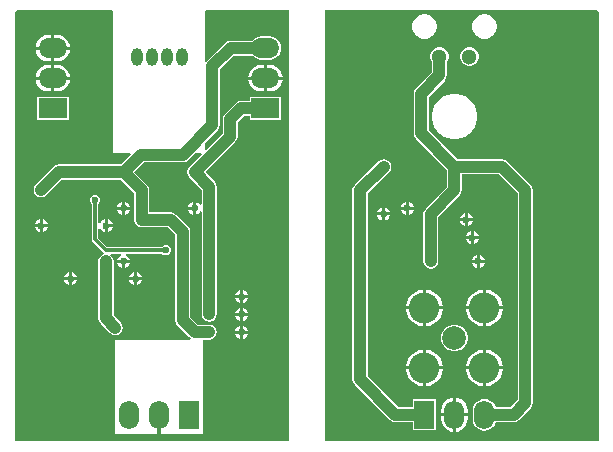
<source format=gbr>
%TF.GenerationSoftware,Altium Limited,Altium Designer,24.10.1 (45)*%
G04 Layer_Physical_Order=2*
G04 Layer_Color=16776960*
%FSLAX45Y45*%
%MOMM*%
%TF.SameCoordinates,A6A100A0-8C7F-4B02-B864-72EC464A77B6*%
%TF.FilePolarity,Positive*%
%TF.FileFunction,Copper,L2,Bot,Signal*%
%TF.Part,Single*%
G01*
G75*
%TA.AperFunction,Conductor*%
%ADD20C,0.30000*%
%TA.AperFunction,ComponentPad*%
%ADD24C,1.30000*%
%ADD25O,1.00000X1.50000*%
%ADD26O,1.70000X2.40000*%
%ADD27R,1.70000X2.40000*%
%ADD28C,2.60000*%
%ADD29C,2.00000*%
%ADD30O,2.40000X1.70000*%
%ADD31R,2.40000X1.70000*%
%TA.AperFunction,ViaPad*%
%ADD32C,0.60000*%
%TA.AperFunction,Conductor*%
%ADD33C,1.00000*%
G36*
X-150000Y-1174104D02*
X-2454795D01*
X-2463654Y-1170434D01*
X-2470434Y-1163654D01*
X-2474104Y-1154795D01*
Y-1150000D01*
Y2450000D01*
Y2454795D01*
X-2470434Y2463653D01*
X-2463654Y2470434D01*
X-2454795Y2474104D01*
X-1648086D01*
X-1637500Y2469000D01*
X-1637500Y2461404D01*
Y1269000D01*
X-1493002D01*
X-1488142Y1257267D01*
X-1576480Y1168928D01*
X-2100001D01*
X-2124466Y1164062D01*
X-2145205Y1150204D01*
X-2295205Y1000204D01*
X-2309063Y979464D01*
X-2313929Y955000D01*
X-2309063Y930536D01*
X-2295205Y909796D01*
X-2274465Y895938D01*
X-2250001Y891072D01*
X-2225536Y895938D01*
X-2204796Y909796D01*
X-2073521Y1041071D01*
X-1576480D01*
X-1461428Y926019D01*
Y700000D01*
X-1456562Y675536D01*
X-1442704Y654796D01*
X-1421964Y640938D01*
X-1397500Y636072D01*
X-1176480D01*
X-1113928Y573520D01*
Y-150000D01*
X-1109062Y-174464D01*
X-1095204Y-195204D01*
X-995204Y-295204D01*
X-984107Y-302619D01*
X-987960Y-315319D01*
X-1620000D01*
Y-1110000D01*
X-880000D01*
Y-326629D01*
X-880000Y-315319D01*
X-867876Y-313928D01*
X-825000D01*
X-800536Y-309062D01*
X-779796Y-295204D01*
X-765938Y-274464D01*
X-761072Y-250000D01*
X-765938Y-225536D01*
X-779796Y-204796D01*
X-800536Y-190938D01*
X-825000Y-186072D01*
X-923520D01*
X-986072Y-123520D01*
Y600000D01*
X-990938Y624465D01*
X-1004796Y645204D01*
X-1104796Y745205D01*
X-1125536Y759062D01*
X-1150000Y763929D01*
X-1333572D01*
Y952499D01*
X-1338438Y976964D01*
X-1352296Y997703D01*
X-1459592Y1105000D01*
X-1378520Y1186072D01*
X-1050000D01*
X-1025536Y1190938D01*
X-1004796Y1204796D01*
X-940592Y1269000D01*
X-893002D01*
X-888141Y1257267D01*
X-995205Y1150204D01*
X-1009062Y1129464D01*
X-1013929Y1105000D01*
X-1009062Y1080535D01*
X-995205Y1059795D01*
X-888929Y953520D01*
Y830514D01*
X-901629Y827988D01*
X-903034Y831381D01*
X-918619Y846966D01*
X-937300Y854704D01*
Y800000D01*
Y745296D01*
X-918619Y753034D01*
X-903034Y768618D01*
X-901629Y772012D01*
X-888929Y769486D01*
Y-100000D01*
X-884062Y-124464D01*
X-870205Y-145204D01*
X-849465Y-159062D01*
X-825000Y-163928D01*
X-800536Y-159062D01*
X-779796Y-145204D01*
X-765938Y-124464D01*
X-761072Y-100000D01*
Y980000D01*
X-765938Y1004464D01*
X-779796Y1025204D01*
X-859592Y1105000D01*
X-604796Y1359796D01*
X-590938Y1380535D01*
X-586072Y1405000D01*
Y1527969D01*
X-531969Y1582072D01*
X-482700D01*
Y1548300D01*
X-217300D01*
Y1743700D01*
X-482700D01*
Y1709928D01*
X-558449D01*
X-582913Y1705062D01*
X-603653Y1691204D01*
X-695204Y1599653D01*
X-709062Y1578914D01*
X-713928Y1554449D01*
Y1431480D01*
X-850767Y1294641D01*
X-862500Y1299502D01*
Y1347092D01*
X-754796Y1454796D01*
X-740938Y1475536D01*
X-736071Y1500000D01*
X-736072Y1500001D01*
Y1973520D01*
X-619520Y2090072D01*
X-459094D01*
X-454681Y2084320D01*
X-434272Y2068659D01*
X-410505Y2058815D01*
X-385000Y2055457D01*
X-315000D01*
X-289495Y2058815D01*
X-265728Y2068659D01*
X-245320Y2084320D01*
X-229659Y2104729D01*
X-219815Y2128495D01*
X-216457Y2154000D01*
X-219815Y2179505D01*
X-229659Y2203271D01*
X-245320Y2223680D01*
X-265728Y2239341D01*
X-289495Y2249185D01*
X-315000Y2252543D01*
X-385000D01*
X-410505Y2249185D01*
X-434272Y2239341D01*
X-454681Y2223680D01*
X-459094Y2217928D01*
X-646000D01*
X-670464Y2213062D01*
X-691204Y2199204D01*
X-845204Y2045204D01*
X-849800Y2038326D01*
X-862500Y2042178D01*
Y2461404D01*
X-862500Y2469000D01*
X-851914Y2474104D01*
X-150000D01*
Y-1174104D01*
D02*
G37*
G36*
X2463653Y2470434D02*
X2470434Y2463653D01*
X2474104Y2454794D01*
Y2450000D01*
Y-1150000D01*
Y-1154794D01*
X2470434Y-1163654D01*
X2463653Y-1170434D01*
X2454794Y-1174104D01*
X150000D01*
Y2474104D01*
X2454794D01*
X2463653Y2470434D01*
D02*
G37*
%LPC*%
G36*
X-2115000Y2265353D02*
X-2137300D01*
Y2166700D01*
X-2005319D01*
X-2007442Y2182820D01*
X-2018566Y2209676D01*
X-2036262Y2232738D01*
X-2059324Y2250434D01*
X-2086180Y2261558D01*
X-2115000Y2265353D01*
D02*
G37*
G36*
X-2162700D02*
X-2185000D01*
X-2213820Y2261558D01*
X-2240676Y2250434D01*
X-2263738Y2232738D01*
X-2281434Y2209676D01*
X-2292559Y2182820D01*
X-2294681Y2166700D01*
X-2162700D01*
Y2265353D01*
D02*
G37*
G36*
X-2005319Y2141300D02*
X-2137300D01*
Y2042647D01*
X-2115000D01*
X-2086180Y2046442D01*
X-2059324Y2057566D01*
X-2036262Y2075262D01*
X-2018566Y2098324D01*
X-2007442Y2125180D01*
X-2005319Y2141300D01*
D02*
G37*
G36*
X-2162700D02*
X-2294681D01*
X-2292559Y2125180D01*
X-2281434Y2098324D01*
X-2263738Y2075262D01*
X-2240676Y2057566D01*
X-2213820Y2046442D01*
X-2185000Y2042647D01*
X-2162700D01*
Y2141300D01*
D02*
G37*
G36*
X-315000Y2011353D02*
X-337300D01*
Y1912700D01*
X-205319D01*
X-207442Y1928820D01*
X-218566Y1955676D01*
X-236262Y1978738D01*
X-259324Y1996434D01*
X-286180Y2007558D01*
X-315000Y2011353D01*
D02*
G37*
G36*
X-2115000D02*
X-2137300D01*
Y1912700D01*
X-2005319D01*
X-2007442Y1928820D01*
X-2018566Y1955676D01*
X-2036262Y1978738D01*
X-2059324Y1996434D01*
X-2086180Y2007558D01*
X-2115000Y2011353D01*
D02*
G37*
G36*
X-362700D02*
X-385000D01*
X-413820Y2007558D01*
X-440677Y1996434D01*
X-463738Y1978738D01*
X-481434Y1955676D01*
X-492559Y1928820D01*
X-494681Y1912700D01*
X-362700D01*
Y2011353D01*
D02*
G37*
G36*
X-2162700D02*
X-2185000D01*
X-2213820Y2007558D01*
X-2240676Y1996434D01*
X-2263738Y1978738D01*
X-2281434Y1955676D01*
X-2292559Y1928820D01*
X-2294681Y1912700D01*
X-2162700D01*
Y2011353D01*
D02*
G37*
G36*
X-205319Y1887300D02*
X-337300D01*
Y1788647D01*
X-315000D01*
X-286180Y1792442D01*
X-259324Y1803566D01*
X-236262Y1821262D01*
X-218566Y1844324D01*
X-207442Y1871180D01*
X-205319Y1887300D01*
D02*
G37*
G36*
X-362700D02*
X-494681D01*
X-492559Y1871180D01*
X-481434Y1844324D01*
X-463738Y1821262D01*
X-440677Y1803566D01*
X-413820Y1792442D01*
X-385000Y1788647D01*
X-362700D01*
Y1887300D01*
D02*
G37*
G36*
X-2005319D02*
X-2137300D01*
Y1788647D01*
X-2115000D01*
X-2086180Y1792442D01*
X-2059324Y1803566D01*
X-2036262Y1821262D01*
X-2018566Y1844324D01*
X-2007442Y1871180D01*
X-2005319Y1887300D01*
D02*
G37*
G36*
X-2162700D02*
X-2294681D01*
X-2292559Y1871180D01*
X-2281434Y1844324D01*
X-2263738Y1821262D01*
X-2240676Y1803566D01*
X-2213820Y1792442D01*
X-2185000Y1788647D01*
X-2162700D01*
Y1887300D01*
D02*
G37*
G36*
X-2017300Y1743700D02*
X-2282700D01*
Y1548300D01*
X-2017300D01*
Y1743700D01*
D02*
G37*
G36*
X-962700Y854704D02*
X-981382Y846966D01*
X-996966Y831381D01*
X-1004704Y812700D01*
X-962700D01*
Y854704D01*
D02*
G37*
G36*
X-1537300D02*
Y812700D01*
X-1495296D01*
X-1503034Y831381D01*
X-1518619Y846966D01*
X-1537300Y854704D01*
D02*
G37*
G36*
X-1562700D02*
X-1581382Y846966D01*
X-1596966Y831381D01*
X-1604704Y812700D01*
X-1562700D01*
Y854704D01*
D02*
G37*
G36*
X-962700Y787300D02*
X-1004704D01*
X-996966Y768618D01*
X-981382Y753034D01*
X-962700Y745296D01*
Y787300D01*
D02*
G37*
G36*
X-1495296D02*
X-1537300D01*
Y745296D01*
X-1518619Y753034D01*
X-1503034Y768618D01*
X-1495296Y787300D01*
D02*
G37*
G36*
X-1562700D02*
X-1604704D01*
X-1596966Y768618D01*
X-1581382Y753034D01*
X-1562700Y745296D01*
Y787300D01*
D02*
G37*
G36*
X-1687300Y704704D02*
Y662700D01*
X-1645296D01*
X-1653034Y681382D01*
X-1668618Y696966D01*
X-1687300Y704704D01*
D02*
G37*
G36*
X-2237300Y704704D02*
Y662700D01*
X-2195296D01*
X-2203034Y681381D01*
X-2218619Y696966D01*
X-2237300Y704704D01*
D02*
G37*
G36*
X-2262700D02*
X-2281382Y696966D01*
X-2296966Y681381D01*
X-2304704Y662700D01*
X-2262700D01*
Y704704D01*
D02*
G37*
G36*
X-1645296Y637300D02*
X-1687300D01*
Y595296D01*
X-1668618Y603034D01*
X-1653034Y618619D01*
X-1645296Y637300D01*
D02*
G37*
G36*
X-1783848Y912700D02*
X-1800835D01*
X-1816528Y906199D01*
X-1828540Y894187D01*
X-1835041Y878494D01*
Y861507D01*
X-1828540Y845813D01*
X-1820584Y837856D01*
Y534842D01*
X-1820584Y534841D01*
X-1818434Y524033D01*
X-1812312Y514870D01*
X-1720284Y422842D01*
X-1720270Y421260D01*
X-1723085Y409336D01*
X-1724464Y409062D01*
X-1745204Y395204D01*
X-1759062Y374464D01*
X-1763928Y350000D01*
Y-133501D01*
X-1759062Y-157965D01*
X-1745204Y-178705D01*
X-1665204Y-258705D01*
X-1644464Y-272563D01*
X-1620000Y-277429D01*
X-1595535Y-272563D01*
X-1574796Y-258705D01*
X-1560938Y-237965D01*
X-1556072Y-213500D01*
X-1560938Y-189036D01*
X-1574796Y-168296D01*
X-1636071Y-107021D01*
Y350000D01*
X-1640938Y374464D01*
X-1654796Y395204D01*
X-1664304Y401557D01*
X-1660451Y414257D01*
X-1572823D01*
X-1570297Y401557D01*
X-1581381Y396966D01*
X-1596966Y381381D01*
X-1604704Y362700D01*
X-1495296D01*
X-1503034Y381381D01*
X-1518619Y396966D01*
X-1529703Y401557D01*
X-1527177Y414257D01*
X-1224644D01*
X-1216687Y406301D01*
X-1200994Y399800D01*
X-1184007D01*
X-1168313Y406301D01*
X-1156301Y418313D01*
X-1149800Y434006D01*
Y450994D01*
X-1156301Y466687D01*
X-1168313Y478699D01*
X-1184007Y485200D01*
X-1200994D01*
X-1216687Y478699D01*
X-1224644Y470743D01*
X-1688301D01*
X-1764098Y546540D01*
Y626794D01*
X-1751398Y629320D01*
X-1746966Y618619D01*
X-1731381Y603034D01*
X-1712700Y595296D01*
Y650000D01*
Y704704D01*
X-1731381Y696966D01*
X-1746966Y681382D01*
X-1751398Y670680D01*
X-1764098Y673206D01*
Y837856D01*
X-1756142Y845813D01*
X-1749641Y861507D01*
Y878494D01*
X-1756142Y894187D01*
X-1768154Y906199D01*
X-1783848Y912700D01*
D02*
G37*
G36*
X-2195296Y637300D02*
X-2237300D01*
Y595296D01*
X-2218619Y603034D01*
X-2203034Y618618D01*
X-2195296Y637300D01*
D02*
G37*
G36*
X-2262700D02*
X-2304704D01*
X-2296966Y618618D01*
X-2281382Y603034D01*
X-2262700Y595296D01*
Y637300D01*
D02*
G37*
G36*
X-1495296Y337300D02*
X-1537300D01*
Y295296D01*
X-1518619Y303034D01*
X-1503034Y318618D01*
X-1495296Y337300D01*
D02*
G37*
G36*
X-1562700D02*
X-1604704D01*
X-1596966Y318618D01*
X-1581381Y303034D01*
X-1562700Y295296D01*
Y337300D01*
D02*
G37*
G36*
X-1437300Y254704D02*
Y212700D01*
X-1395296D01*
X-1403034Y231381D01*
X-1418618Y246966D01*
X-1437300Y254704D01*
D02*
G37*
G36*
X-1462700D02*
X-1481381Y246966D01*
X-1496966Y231381D01*
X-1504704Y212700D01*
X-1462700D01*
Y254704D01*
D02*
G37*
G36*
X-1987300D02*
Y212700D01*
X-1945296D01*
X-1953034Y231381D01*
X-1968619Y246966D01*
X-1987300Y254704D01*
D02*
G37*
G36*
X-2012700D02*
X-2031382Y246966D01*
X-2046966Y231381D01*
X-2054704Y212700D01*
X-2012700D01*
Y254704D01*
D02*
G37*
G36*
X-1395296Y187300D02*
X-1437300D01*
Y145296D01*
X-1418618Y153034D01*
X-1403034Y168618D01*
X-1395296Y187300D01*
D02*
G37*
G36*
X-1462700D02*
X-1504704D01*
X-1496966Y168618D01*
X-1481381Y153034D01*
X-1462700Y145296D01*
Y187300D01*
D02*
G37*
G36*
X-1945296D02*
X-1987300D01*
Y145296D01*
X-1968619Y153034D01*
X-1953034Y168618D01*
X-1945296Y187300D01*
D02*
G37*
G36*
X-2012700D02*
X-2054704D01*
X-2046966Y168618D01*
X-2031382Y153034D01*
X-2012700Y145296D01*
Y187300D01*
D02*
G37*
G36*
X-537300Y104704D02*
Y62700D01*
X-495296D01*
X-503034Y81381D01*
X-518618Y96966D01*
X-537300Y104704D01*
D02*
G37*
G36*
X-562700D02*
X-581381Y96966D01*
X-596966Y81381D01*
X-604704Y62700D01*
X-562700D01*
Y104704D01*
D02*
G37*
G36*
X-495296Y37300D02*
X-537300D01*
Y-4704D01*
X-518618Y3034D01*
X-503034Y18618D01*
X-495296Y37300D01*
D02*
G37*
G36*
X-562700D02*
X-604704D01*
X-596966Y18618D01*
X-581381Y3034D01*
X-562700Y-4704D01*
Y37300D01*
D02*
G37*
G36*
X-537300Y-45296D02*
Y-87300D01*
X-495296D01*
X-503034Y-68619D01*
X-518618Y-53034D01*
X-537300Y-45296D01*
D02*
G37*
G36*
X-562700D02*
X-581381Y-53034D01*
X-596966Y-68619D01*
X-604704Y-87300D01*
X-562700D01*
Y-45296D01*
D02*
G37*
G36*
X-495296Y-112700D02*
X-537300D01*
Y-154704D01*
X-518618Y-146966D01*
X-503034Y-131381D01*
X-495296Y-112700D01*
D02*
G37*
G36*
X-562700D02*
X-604704D01*
X-596966Y-131381D01*
X-581381Y-146966D01*
X-562700Y-154704D01*
Y-112700D01*
D02*
G37*
G36*
X-537300Y-195296D02*
Y-237300D01*
X-495296D01*
X-503034Y-218619D01*
X-518618Y-203034D01*
X-537300Y-195296D01*
D02*
G37*
G36*
X-562700D02*
X-581381Y-203034D01*
X-596966Y-218619D01*
X-604704Y-237300D01*
X-562700D01*
Y-195296D01*
D02*
G37*
G36*
X-495296Y-262700D02*
X-537300D01*
Y-304704D01*
X-518618Y-296966D01*
X-503034Y-281381D01*
X-495296Y-262700D01*
D02*
G37*
G36*
X-562700D02*
X-604704D01*
X-596966Y-281381D01*
X-581381Y-296966D01*
X-562700Y-304704D01*
Y-262700D01*
D02*
G37*
G36*
X1517521Y2439700D02*
X1490479D01*
X1464359Y2432701D01*
X1440941Y2419181D01*
X1421820Y2400059D01*
X1408299Y2376641D01*
X1401300Y2350521D01*
Y2323479D01*
X1408299Y2297359D01*
X1421820Y2273941D01*
X1440941Y2254820D01*
X1464359Y2241299D01*
X1490479Y2234300D01*
X1517521D01*
X1543641Y2241299D01*
X1567059Y2254820D01*
X1586180Y2273941D01*
X1599701Y2297359D01*
X1606700Y2323479D01*
Y2350521D01*
X1599701Y2376641D01*
X1586180Y2400059D01*
X1567059Y2419181D01*
X1543641Y2432701D01*
X1517521Y2439700D01*
D02*
G37*
G36*
X1009521D02*
X982479D01*
X956359Y2432701D01*
X932941Y2419181D01*
X913820Y2400059D01*
X900299Y2376641D01*
X893300Y2350521D01*
Y2323479D01*
X900299Y2297359D01*
X913820Y2273941D01*
X932941Y2254820D01*
X956359Y2241299D01*
X982479Y2234300D01*
X1009521D01*
X1035641Y2241299D01*
X1059059Y2254820D01*
X1078180Y2273941D01*
X1091701Y2297359D01*
X1098700Y2323479D01*
Y2350521D01*
X1091701Y2376641D01*
X1078180Y2400059D01*
X1059059Y2419181D01*
X1035641Y2432701D01*
X1009521Y2439700D01*
D02*
G37*
G36*
X1387229Y2160700D02*
X1366771D01*
X1347009Y2155405D01*
X1329291Y2145176D01*
X1314825Y2130709D01*
X1304595Y2112991D01*
X1299300Y2093229D01*
Y2072771D01*
X1304595Y2053009D01*
X1314825Y2035291D01*
X1329291Y2020825D01*
X1347009Y2010595D01*
X1366771Y2005300D01*
X1387229D01*
X1406991Y2010595D01*
X1424709Y2020825D01*
X1439175Y2035291D01*
X1449405Y2053009D01*
X1454700Y2072771D01*
Y2093229D01*
X1449405Y2112991D01*
X1439175Y2130709D01*
X1424709Y2145176D01*
X1406991Y2155405D01*
X1387229Y2160700D01*
D02*
G37*
G36*
X1268979Y1767700D02*
X1231021D01*
X1193792Y1760295D01*
X1158722Y1745769D01*
X1127161Y1724680D01*
X1100320Y1697839D01*
X1079232Y1666278D01*
X1064706Y1631209D01*
X1057300Y1593980D01*
Y1556021D01*
X1064706Y1518792D01*
X1079232Y1483722D01*
X1100320Y1452161D01*
X1127161Y1425320D01*
X1158722Y1404232D01*
X1193792Y1389706D01*
X1231021Y1382300D01*
X1268979D01*
X1306208Y1389706D01*
X1341278Y1404232D01*
X1372839Y1425320D01*
X1399680Y1452161D01*
X1420769Y1483722D01*
X1435295Y1518792D01*
X1442700Y1556021D01*
Y1593980D01*
X1435295Y1631209D01*
X1420769Y1666278D01*
X1399680Y1697839D01*
X1372839Y1724680D01*
X1341278Y1745769D01*
X1306208Y1760295D01*
X1268979Y1767700D01*
D02*
G37*
G36*
X862700Y854704D02*
Y812700D01*
X904704D01*
X896966Y831381D01*
X881382Y846966D01*
X862700Y854704D01*
D02*
G37*
G36*
X837300D02*
X818619Y846966D01*
X803034Y831381D01*
X795296Y812700D01*
X837300D01*
Y854704D01*
D02*
G37*
G36*
X662700Y804704D02*
Y762700D01*
X704704D01*
X696966Y781381D01*
X681381Y796966D01*
X662700Y804704D01*
D02*
G37*
G36*
X637300D02*
X618619Y796966D01*
X603034Y781381D01*
X595296Y762700D01*
X637300D01*
Y804704D01*
D02*
G37*
G36*
X904704Y787300D02*
X862700D01*
Y745296D01*
X881382Y753034D01*
X896966Y768618D01*
X904704Y787300D01*
D02*
G37*
G36*
X837300D02*
X795296D01*
X803034Y768618D01*
X818619Y753034D01*
X837300Y745296D01*
Y787300D01*
D02*
G37*
G36*
X1362700Y754704D02*
Y712700D01*
X1404704D01*
X1396966Y731382D01*
X1381382Y746966D01*
X1362700Y754704D01*
D02*
G37*
G36*
X1337300D02*
X1318619Y746966D01*
X1303034Y731382D01*
X1295296Y712700D01*
X1337300D01*
Y754704D01*
D02*
G37*
G36*
X704704Y737300D02*
X662700D01*
Y695296D01*
X681381Y703034D01*
X696966Y718619D01*
X704704Y737300D01*
D02*
G37*
G36*
X637300D02*
X595296D01*
X603034Y718619D01*
X618619Y703034D01*
X637300Y695296D01*
Y737300D01*
D02*
G37*
G36*
X1404704Y687300D02*
X1362700D01*
Y645296D01*
X1381382Y653034D01*
X1396966Y668619D01*
X1404704Y687300D01*
D02*
G37*
G36*
X1337300D02*
X1295296D01*
X1303034Y668619D01*
X1318619Y653034D01*
X1337300Y645296D01*
Y687300D01*
D02*
G37*
G36*
X1412700Y604704D02*
Y562700D01*
X1454704D01*
X1446966Y581381D01*
X1431381Y596966D01*
X1412700Y604704D01*
D02*
G37*
G36*
X1387300D02*
X1368619Y596966D01*
X1353034Y581381D01*
X1345296Y562700D01*
X1387300D01*
Y604704D01*
D02*
G37*
G36*
X1454704Y537300D02*
X1412700D01*
Y495296D01*
X1431381Y503034D01*
X1446966Y518618D01*
X1454704Y537300D01*
D02*
G37*
G36*
X1387300D02*
X1345296D01*
X1353034Y518618D01*
X1368619Y503034D01*
X1387300Y495296D01*
Y537300D01*
D02*
G37*
G36*
X1462700Y404704D02*
Y362700D01*
X1504704D01*
X1496966Y381382D01*
X1481381Y396966D01*
X1462700Y404704D01*
D02*
G37*
G36*
X1437300D02*
X1418618Y396966D01*
X1403034Y381382D01*
X1395296Y362700D01*
X1437300D01*
Y404704D01*
D02*
G37*
G36*
X1504704Y337300D02*
X1462700D01*
Y295296D01*
X1481381Y303034D01*
X1496966Y318619D01*
X1504704Y337300D01*
D02*
G37*
G36*
X1437300D02*
X1395296D01*
X1403034Y318619D01*
X1418618Y303034D01*
X1437300Y295296D01*
Y337300D01*
D02*
G37*
G36*
X1519306Y109400D02*
X1516700D01*
Y-33300D01*
X1659400D01*
Y-30694D01*
X1653428Y-671D01*
X1641714Y27610D01*
X1624707Y53062D01*
X1603062Y74707D01*
X1577609Y91714D01*
X1549329Y103428D01*
X1519306Y109400D01*
D02*
G37*
G36*
X1491300D02*
X1488695D01*
X1458671Y103428D01*
X1430391Y91714D01*
X1404938Y74707D01*
X1383293Y53062D01*
X1366286Y27610D01*
X1354572Y-671D01*
X1348600Y-30694D01*
Y-33300D01*
X1491300D01*
Y109400D01*
D02*
G37*
G36*
X1011306D02*
X1008700D01*
Y-33300D01*
X1151400D01*
Y-30694D01*
X1145428Y-671D01*
X1133714Y27610D01*
X1116707Y53062D01*
X1095062Y74707D01*
X1069609Y91714D01*
X1041329Y103428D01*
X1011306Y109400D01*
D02*
G37*
G36*
X983300D02*
X980695D01*
X950671Y103428D01*
X922391Y91714D01*
X896938Y74707D01*
X875293Y53062D01*
X858286Y27610D01*
X846572Y-671D01*
X840600Y-30694D01*
Y-33300D01*
X983300D01*
Y109400D01*
D02*
G37*
G36*
X1659400Y-58700D02*
X1516700D01*
Y-201400D01*
X1519306D01*
X1549329Y-195428D01*
X1577609Y-183714D01*
X1603062Y-166707D01*
X1624707Y-145062D01*
X1641714Y-119609D01*
X1653428Y-91328D01*
X1659400Y-61305D01*
Y-58700D01*
D02*
G37*
G36*
X1491300D02*
X1348600D01*
Y-61305D01*
X1354572Y-91328D01*
X1366286Y-119609D01*
X1383293Y-145062D01*
X1404938Y-166707D01*
X1430391Y-183714D01*
X1458671Y-195428D01*
X1488695Y-201400D01*
X1491300D01*
Y-58700D01*
D02*
G37*
G36*
X1151400D02*
X1008700D01*
Y-201400D01*
X1011306D01*
X1041329Y-195428D01*
X1069609Y-183714D01*
X1095062Y-166707D01*
X1116707Y-145062D01*
X1133714Y-119609D01*
X1145428Y-91328D01*
X1151400Y-61305D01*
Y-58700D01*
D02*
G37*
G36*
X983300D02*
X840600D01*
Y-61305D01*
X846572Y-91328D01*
X858286Y-119609D01*
X875293Y-145062D01*
X896938Y-166707D01*
X922391Y-183714D01*
X950671Y-195428D01*
X980695Y-201400D01*
X983300D01*
Y-58700D01*
D02*
G37*
G36*
X1264837Y-187300D02*
X1235163D01*
X1206499Y-194980D01*
X1180801Y-209817D01*
X1159818Y-230800D01*
X1144980Y-256499D01*
X1137300Y-285163D01*
Y-314837D01*
X1144980Y-343500D01*
X1159818Y-369199D01*
X1180801Y-390182D01*
X1206499Y-405020D01*
X1235163Y-412700D01*
X1264837D01*
X1293501Y-405020D01*
X1319200Y-390182D01*
X1340182Y-369199D01*
X1355020Y-343500D01*
X1362700Y-314837D01*
Y-285163D01*
X1355020Y-256499D01*
X1340182Y-230800D01*
X1319200Y-209817D01*
X1293501Y-194980D01*
X1264837Y-187300D01*
D02*
G37*
G36*
X1519306Y-398600D02*
X1516700D01*
Y-541300D01*
X1659400D01*
Y-538694D01*
X1653428Y-508671D01*
X1641714Y-480390D01*
X1624707Y-454938D01*
X1603062Y-433293D01*
X1577609Y-416286D01*
X1549329Y-404572D01*
X1519306Y-398600D01*
D02*
G37*
G36*
X1491300D02*
X1488695D01*
X1458671Y-404572D01*
X1430391Y-416286D01*
X1404938Y-433293D01*
X1383293Y-454938D01*
X1366286Y-480390D01*
X1354572Y-508671D01*
X1348600Y-538694D01*
Y-541300D01*
X1491300D01*
Y-398600D01*
D02*
G37*
G36*
X1011306D02*
X1008700D01*
Y-541300D01*
X1151400D01*
Y-538694D01*
X1145428Y-508671D01*
X1133714Y-480390D01*
X1116707Y-454938D01*
X1095062Y-433293D01*
X1069609Y-416286D01*
X1041329Y-404572D01*
X1011306Y-398600D01*
D02*
G37*
G36*
X983300D02*
X980695D01*
X950671Y-404572D01*
X922391Y-416286D01*
X896938Y-433293D01*
X875293Y-454938D01*
X858286Y-480390D01*
X846572Y-508671D01*
X840600Y-538694D01*
Y-541300D01*
X983300D01*
Y-398600D01*
D02*
G37*
G36*
X1659400Y-566700D02*
X1516700D01*
Y-709400D01*
X1519306D01*
X1549329Y-703428D01*
X1577609Y-691714D01*
X1603062Y-674707D01*
X1624707Y-653062D01*
X1641714Y-627609D01*
X1653428Y-599328D01*
X1659400Y-569305D01*
Y-566700D01*
D02*
G37*
G36*
X1491300D02*
X1348600D01*
Y-569305D01*
X1354572Y-599328D01*
X1366286Y-627609D01*
X1383293Y-653062D01*
X1404938Y-674707D01*
X1430391Y-691714D01*
X1458671Y-703428D01*
X1488695Y-709400D01*
X1491300D01*
Y-566700D01*
D02*
G37*
G36*
X1151400D02*
X1008700D01*
Y-709400D01*
X1011306D01*
X1041329Y-703428D01*
X1069609Y-691714D01*
X1095062Y-674707D01*
X1116707Y-653062D01*
X1133714Y-627609D01*
X1145428Y-599328D01*
X1151400Y-569305D01*
Y-566700D01*
D02*
G37*
G36*
X983300D02*
X840600D01*
Y-569305D01*
X846572Y-599328D01*
X858286Y-627609D01*
X875293Y-653062D01*
X896938Y-674707D01*
X922391Y-691714D01*
X950671Y-703428D01*
X980695Y-709400D01*
X983300D01*
Y-566700D01*
D02*
G37*
G36*
X1133229Y2160700D02*
X1112771D01*
X1093009Y2155405D01*
X1075291Y2145176D01*
X1060825Y2130709D01*
X1050595Y2112991D01*
X1045300Y2093229D01*
Y2072771D01*
X1050595Y2053009D01*
X1059072Y2038327D01*
Y1949480D01*
X922486Y1812895D01*
X908628Y1792155D01*
X903762Y1767691D01*
Y1432310D01*
X908628Y1407845D01*
X922486Y1387105D01*
X1186072Y1123520D01*
Y976480D01*
X1004763Y795172D01*
X990905Y774432D01*
X986039Y749968D01*
Y350000D01*
X990905Y325536D01*
X1004763Y304796D01*
X1025503Y290938D01*
X1049967Y286072D01*
X1074432Y290938D01*
X1095172Y304796D01*
X1109030Y325536D01*
X1113896Y350000D01*
Y723488D01*
X1295204Y904796D01*
X1309062Y925536D01*
X1313928Y950000D01*
Y1086072D01*
X1626643D01*
X1786072Y926643D01*
Y-823520D01*
X1723520Y-886072D01*
X1597767D01*
X1589341Y-865729D01*
X1573680Y-845320D01*
X1553271Y-829659D01*
X1529505Y-819815D01*
X1504000Y-816457D01*
X1478495Y-819815D01*
X1454729Y-829659D01*
X1434320Y-845320D01*
X1418659Y-865729D01*
X1408815Y-889495D01*
X1405457Y-915000D01*
Y-985000D01*
X1408815Y-1010505D01*
X1418659Y-1034272D01*
X1434320Y-1054681D01*
X1454729Y-1070341D01*
X1478495Y-1080185D01*
X1504000Y-1083543D01*
X1529505Y-1080185D01*
X1553271Y-1070341D01*
X1573680Y-1054681D01*
X1589341Y-1034272D01*
X1597767Y-1013928D01*
X1750000D01*
X1774464Y-1009062D01*
X1795204Y-995204D01*
X1895204Y-895204D01*
X1909062Y-874465D01*
X1913928Y-850000D01*
Y953123D01*
X1909062Y977588D01*
X1895204Y998327D01*
X1698328Y1195204D01*
X1677588Y1209062D01*
X1653123Y1213928D01*
X1276480D01*
X1031619Y1458790D01*
Y1741211D01*
X1168204Y1877796D01*
X1182062Y1898536D01*
X1186928Y1923000D01*
Y2038327D01*
X1195405Y2053009D01*
X1200700Y2072771D01*
Y2093229D01*
X1195405Y2112991D01*
X1185175Y2130709D01*
X1170709Y2145176D01*
X1152991Y2155405D01*
X1133229Y2160700D01*
D02*
G37*
G36*
X1262700Y-805319D02*
Y-937300D01*
X1361353D01*
Y-915000D01*
X1357558Y-886180D01*
X1346434Y-859324D01*
X1328738Y-836262D01*
X1305676Y-818566D01*
X1278820Y-807442D01*
X1262700Y-805319D01*
D02*
G37*
G36*
X1237300D02*
X1221180Y-807442D01*
X1194324Y-818566D01*
X1171262Y-836262D01*
X1153566Y-859324D01*
X1142442Y-886180D01*
X1138647Y-915000D01*
Y-937300D01*
X1237300D01*
Y-805319D01*
D02*
G37*
G36*
X650000Y1213928D02*
X625535Y1209062D01*
X604796Y1195204D01*
X404796Y995204D01*
X390938Y974464D01*
X386072Y950000D01*
Y-650000D01*
X390938Y-674464D01*
X404796Y-695204D01*
X704796Y-995204D01*
X725536Y-1009062D01*
X750000Y-1013928D01*
X898300D01*
Y-1082700D01*
X1093700D01*
Y-817300D01*
X898300D01*
Y-886072D01*
X776480D01*
X513928Y-623520D01*
Y923520D01*
X695204Y1104796D01*
X709062Y1125535D01*
X713928Y1150000D01*
X709062Y1174464D01*
X695204Y1195204D01*
X674464Y1209062D01*
X650000Y1213928D01*
D02*
G37*
G36*
X1361353Y-962700D02*
X1262700D01*
Y-1094681D01*
X1278820Y-1092559D01*
X1305676Y-1081434D01*
X1328738Y-1063739D01*
X1346434Y-1040677D01*
X1357558Y-1013820D01*
X1361353Y-985000D01*
Y-962700D01*
D02*
G37*
G36*
X1237300D02*
X1138647D01*
Y-985000D01*
X1142442Y-1013820D01*
X1153566Y-1040677D01*
X1171262Y-1063739D01*
X1194324Y-1081434D01*
X1221180Y-1092559D01*
X1237300Y-1094681D01*
Y-962700D01*
D02*
G37*
%LPD*%
D20*
X-1250000Y-1150000D02*
Y-950000D01*
X-1792341Y534841D02*
Y870000D01*
X-1700000Y442500D02*
X-1192500D01*
X-1792341Y534841D02*
X-1700000Y442500D01*
D24*
X1123000Y2083000D02*
D03*
X1377000D02*
D03*
D25*
X-1186500Y2083000D02*
D03*
X-1059500D02*
D03*
X-1313500D02*
D03*
X-1440500D02*
D03*
D26*
X1504000Y-950000D02*
D03*
X1250000D02*
D03*
X-1504000Y-950000D02*
D03*
X-1250000D02*
D03*
D27*
X996000Y-950000D02*
D03*
X-996000Y-950000D02*
D03*
D28*
X996000Y-554000D02*
D03*
Y-46000D02*
D03*
X1504000Y-554000D02*
D03*
Y-46000D02*
D03*
D29*
X1250000Y-300000D02*
D03*
D30*
X-350000Y2154000D02*
D03*
Y1900000D02*
D03*
X-2150000Y2154000D02*
D03*
Y1900000D02*
D03*
D31*
X-350000Y1646000D02*
D03*
X-2150000D02*
D03*
D32*
X-1700000Y350000D02*
D03*
X1049967Y350000D02*
D03*
X650000Y1150000D02*
D03*
X1450000Y350000D02*
D03*
X1400000Y550000D02*
D03*
X1350000Y700000D02*
D03*
X850000Y800000D02*
D03*
X650000Y750000D02*
D03*
X-1792341Y870000D02*
D03*
X-1192500Y442500D02*
D03*
X-2000000Y200000D02*
D03*
X-1550000Y350000D02*
D03*
X-1450000Y200000D02*
D03*
X-825000Y-250000D02*
D03*
X-825000Y-100000D02*
D03*
X-1620000Y-213500D02*
D03*
X-2250001Y955000D02*
D03*
X-950000Y1105000D02*
D03*
X-1550000D02*
D03*
X-2250000Y650000D02*
D03*
X-1700000Y650000D02*
D03*
X-1397500Y700000D02*
D03*
X-1550000Y800000D02*
D03*
X-950000D02*
D03*
X-550000Y-250000D02*
D03*
Y-100000D02*
D03*
Y50000D02*
D03*
D33*
X-1700000Y-133501D02*
Y350000D01*
Y-133501D02*
X-1620000Y-213500D01*
X1653123Y1150000D02*
X1850000Y953123D01*
X1250000Y1150000D02*
X1653123D01*
X1850000Y-850000D02*
Y953123D01*
X1750000Y-950000D02*
X1850000Y-850000D01*
X1504000Y-950000D02*
X1750000D01*
X967690Y1432310D02*
Y1767691D01*
Y1432310D02*
X1250000Y1150000D01*
X967690Y1767691D02*
X1123000Y1923000D01*
Y2083000D01*
X1250000Y950000D02*
Y1150000D01*
X1049967Y749968D02*
X1250000Y950000D01*
X1049967Y350000D02*
Y749968D01*
X450000Y950000D02*
X650000Y1150000D01*
X450000Y-650000D02*
Y950000D01*
Y-650000D02*
X750000Y-950000D01*
X996000D01*
X-1050000Y-150000D02*
Y600000D01*
X-1397500Y700000D02*
X-1150000D01*
X-1050000Y600000D01*
Y-150000D02*
X-950000Y-250000D01*
X-825000D01*
X-950000Y1105000D02*
X-825000Y980000D01*
Y-100000D02*
Y980000D01*
X-2100001Y1105000D02*
X-1550000D01*
X-2250001Y955000D02*
X-2100001Y1105000D01*
X-650000Y1405000D02*
Y1554449D01*
X-558449Y1646000D02*
X-350000D01*
X-650000Y1554449D02*
X-558449Y1646000D01*
X-950000Y1105000D02*
X-650000Y1405000D01*
X-1050000Y1250000D02*
X-800000Y1500000D01*
X-1405000Y1250000D02*
X-1050000D01*
X-800000Y1500000D02*
Y2000000D01*
X-1550000Y1105000D02*
X-1405000Y1250000D01*
X-800000Y2000000D02*
X-646000Y2154000D01*
X-350000D01*
X-1550000Y1105000D02*
X-1397500Y952499D01*
Y700000D02*
Y952499D01*
%TF.MD5,ac5c8acec940fbfc87cc441af6be302e*%
M02*

</source>
